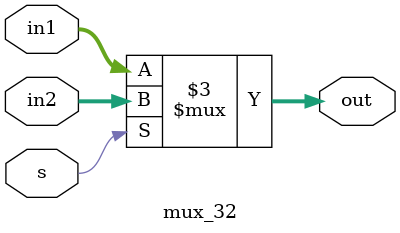
<source format=v>
module mux_32(out, s, in1, in2);

	input s;
	input [31:0] in1;
	input [31:0] in2;

	output [31:0] out;

	wire s;
	wire [31:0] in1;
	wire [31:0] in2;

	reg [31:0] out;

	always @ (s or in1 or in2) begin
	
		if (s)
			out <= in2;
		else
			out <= in1;
	end

endmodule
</source>
